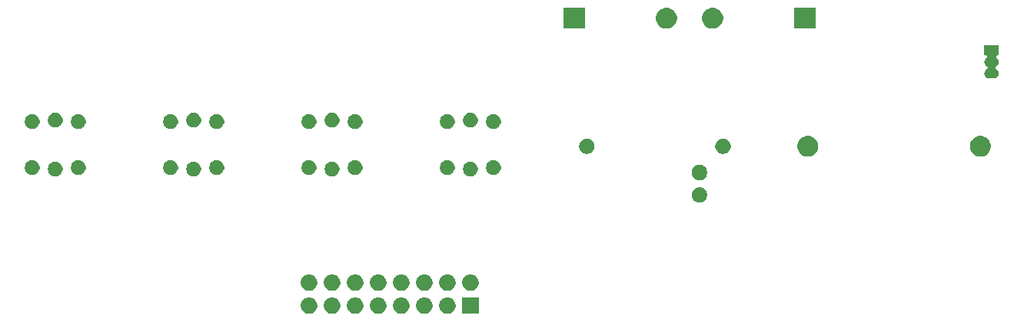
<source format=gbr>
G04 #@! TF.GenerationSoftware,KiCad,Pcbnew,(5.1.6-0-10_14)*
G04 #@! TF.CreationDate,2020-07-01T11:00:56-07:00*
G04 #@! TF.ProjectId,Pufferfish-Interface-1,50756666-6572-4666-9973-682d496e7465,v0.1*
G04 #@! TF.SameCoordinates,Original*
G04 #@! TF.FileFunction,Soldermask,Top*
G04 #@! TF.FilePolarity,Negative*
%FSLAX46Y46*%
G04 Gerber Fmt 4.6, Leading zero omitted, Abs format (unit mm)*
G04 Created by KiCad (PCBNEW (5.1.6-0-10_14)) date 2020-07-01 11:00:56*
%MOMM*%
%LPD*%
G01*
G04 APERTURE LIST*
%ADD10C,0.099822*%
G04 APERTURE END LIST*
D10*
G36*
X73303500Y-50443500D02*
G01*
X71476500Y-50443500D01*
X71476500Y-48616500D01*
X73303500Y-48616500D01*
X73303500Y-50443500D01*
G37*
G36*
X70028215Y-48634053D02*
G01*
X70116458Y-48651605D01*
X70185319Y-48680128D01*
X70282703Y-48720466D01*
X70432322Y-48820438D01*
X70559562Y-48947678D01*
X70659534Y-49097297D01*
X70728395Y-49263543D01*
X70763500Y-49440027D01*
X70763500Y-49619973D01*
X70728395Y-49796457D01*
X70659534Y-49962703D01*
X70559562Y-50112322D01*
X70432322Y-50239562D01*
X70282703Y-50339534D01*
X70185319Y-50379872D01*
X70116458Y-50408395D01*
X70028215Y-50425948D01*
X69939973Y-50443500D01*
X69760027Y-50443500D01*
X69671785Y-50425948D01*
X69583542Y-50408395D01*
X69514681Y-50379872D01*
X69417297Y-50339534D01*
X69267678Y-50239562D01*
X69140438Y-50112322D01*
X69040466Y-49962703D01*
X68971605Y-49796457D01*
X68936500Y-49619973D01*
X68936500Y-49440027D01*
X68971605Y-49263543D01*
X69040466Y-49097297D01*
X69140438Y-48947678D01*
X69267678Y-48820438D01*
X69417297Y-48720466D01*
X69514681Y-48680128D01*
X69583542Y-48651605D01*
X69671785Y-48634053D01*
X69760027Y-48616500D01*
X69939973Y-48616500D01*
X70028215Y-48634053D01*
G37*
G36*
X67488215Y-48634053D02*
G01*
X67576458Y-48651605D01*
X67645319Y-48680128D01*
X67742703Y-48720466D01*
X67892322Y-48820438D01*
X68019562Y-48947678D01*
X68119534Y-49097297D01*
X68188395Y-49263543D01*
X68223500Y-49440027D01*
X68223500Y-49619973D01*
X68188395Y-49796457D01*
X68119534Y-49962703D01*
X68019562Y-50112322D01*
X67892322Y-50239562D01*
X67742703Y-50339534D01*
X67645319Y-50379872D01*
X67576458Y-50408395D01*
X67488215Y-50425948D01*
X67399973Y-50443500D01*
X67220027Y-50443500D01*
X67131785Y-50425948D01*
X67043542Y-50408395D01*
X66974681Y-50379872D01*
X66877297Y-50339534D01*
X66727678Y-50239562D01*
X66600438Y-50112322D01*
X66500466Y-49962703D01*
X66431605Y-49796457D01*
X66396500Y-49619973D01*
X66396500Y-49440027D01*
X66431605Y-49263543D01*
X66500466Y-49097297D01*
X66600438Y-48947678D01*
X66727678Y-48820438D01*
X66877297Y-48720466D01*
X66974681Y-48680128D01*
X67043542Y-48651605D01*
X67131785Y-48634053D01*
X67220027Y-48616500D01*
X67399973Y-48616500D01*
X67488215Y-48634053D01*
G37*
G36*
X64948215Y-48634053D02*
G01*
X65036458Y-48651605D01*
X65105319Y-48680128D01*
X65202703Y-48720466D01*
X65352322Y-48820438D01*
X65479562Y-48947678D01*
X65579534Y-49097297D01*
X65648395Y-49263543D01*
X65683500Y-49440027D01*
X65683500Y-49619973D01*
X65648395Y-49796457D01*
X65579534Y-49962703D01*
X65479562Y-50112322D01*
X65352322Y-50239562D01*
X65202703Y-50339534D01*
X65105319Y-50379872D01*
X65036458Y-50408395D01*
X64948215Y-50425948D01*
X64859973Y-50443500D01*
X64680027Y-50443500D01*
X64591785Y-50425948D01*
X64503542Y-50408395D01*
X64434681Y-50379872D01*
X64337297Y-50339534D01*
X64187678Y-50239562D01*
X64060438Y-50112322D01*
X63960466Y-49962703D01*
X63891605Y-49796457D01*
X63856500Y-49619973D01*
X63856500Y-49440027D01*
X63891605Y-49263543D01*
X63960466Y-49097297D01*
X64060438Y-48947678D01*
X64187678Y-48820438D01*
X64337297Y-48720466D01*
X64434681Y-48680128D01*
X64503542Y-48651605D01*
X64591785Y-48634053D01*
X64680027Y-48616500D01*
X64859973Y-48616500D01*
X64948215Y-48634053D01*
G37*
G36*
X62408215Y-48634053D02*
G01*
X62496458Y-48651605D01*
X62565319Y-48680128D01*
X62662703Y-48720466D01*
X62812322Y-48820438D01*
X62939562Y-48947678D01*
X63039534Y-49097297D01*
X63108395Y-49263543D01*
X63143500Y-49440027D01*
X63143500Y-49619973D01*
X63108395Y-49796457D01*
X63039534Y-49962703D01*
X62939562Y-50112322D01*
X62812322Y-50239562D01*
X62662703Y-50339534D01*
X62565319Y-50379872D01*
X62496458Y-50408395D01*
X62408215Y-50425948D01*
X62319973Y-50443500D01*
X62140027Y-50443500D01*
X62051785Y-50425948D01*
X61963542Y-50408395D01*
X61894681Y-50379872D01*
X61797297Y-50339534D01*
X61647678Y-50239562D01*
X61520438Y-50112322D01*
X61420466Y-49962703D01*
X61351605Y-49796457D01*
X61316500Y-49619973D01*
X61316500Y-49440027D01*
X61351605Y-49263543D01*
X61420466Y-49097297D01*
X61520438Y-48947678D01*
X61647678Y-48820438D01*
X61797297Y-48720466D01*
X61894681Y-48680128D01*
X61963542Y-48651605D01*
X62051785Y-48634053D01*
X62140027Y-48616500D01*
X62319973Y-48616500D01*
X62408215Y-48634053D01*
G37*
G36*
X59868215Y-48634053D02*
G01*
X59956458Y-48651605D01*
X60025319Y-48680128D01*
X60122703Y-48720466D01*
X60272322Y-48820438D01*
X60399562Y-48947678D01*
X60499534Y-49097297D01*
X60568395Y-49263543D01*
X60603500Y-49440027D01*
X60603500Y-49619973D01*
X60568395Y-49796457D01*
X60499534Y-49962703D01*
X60399562Y-50112322D01*
X60272322Y-50239562D01*
X60122703Y-50339534D01*
X60025319Y-50379872D01*
X59956458Y-50408395D01*
X59868215Y-50425948D01*
X59779973Y-50443500D01*
X59600027Y-50443500D01*
X59511785Y-50425948D01*
X59423542Y-50408395D01*
X59354681Y-50379872D01*
X59257297Y-50339534D01*
X59107678Y-50239562D01*
X58980438Y-50112322D01*
X58880466Y-49962703D01*
X58811605Y-49796457D01*
X58776500Y-49619973D01*
X58776500Y-49440027D01*
X58811605Y-49263543D01*
X58880466Y-49097297D01*
X58980438Y-48947678D01*
X59107678Y-48820438D01*
X59257297Y-48720466D01*
X59354681Y-48680128D01*
X59423542Y-48651605D01*
X59511785Y-48634053D01*
X59600027Y-48616500D01*
X59779973Y-48616500D01*
X59868215Y-48634053D01*
G37*
G36*
X57328215Y-48634053D02*
G01*
X57416458Y-48651605D01*
X57485319Y-48680128D01*
X57582703Y-48720466D01*
X57732322Y-48820438D01*
X57859562Y-48947678D01*
X57959534Y-49097297D01*
X58028395Y-49263543D01*
X58063500Y-49440027D01*
X58063500Y-49619973D01*
X58028395Y-49796457D01*
X57959534Y-49962703D01*
X57859562Y-50112322D01*
X57732322Y-50239562D01*
X57582703Y-50339534D01*
X57485319Y-50379872D01*
X57416458Y-50408395D01*
X57328215Y-50425948D01*
X57239973Y-50443500D01*
X57060027Y-50443500D01*
X56971785Y-50425948D01*
X56883542Y-50408395D01*
X56814681Y-50379872D01*
X56717297Y-50339534D01*
X56567678Y-50239562D01*
X56440438Y-50112322D01*
X56340466Y-49962703D01*
X56271605Y-49796457D01*
X56236500Y-49619973D01*
X56236500Y-49440027D01*
X56271605Y-49263543D01*
X56340466Y-49097297D01*
X56440438Y-48947678D01*
X56567678Y-48820438D01*
X56717297Y-48720466D01*
X56814681Y-48680128D01*
X56883542Y-48651605D01*
X56971785Y-48634053D01*
X57060027Y-48616500D01*
X57239973Y-48616500D01*
X57328215Y-48634053D01*
G37*
G36*
X54788215Y-48634053D02*
G01*
X54876458Y-48651605D01*
X54945319Y-48680128D01*
X55042703Y-48720466D01*
X55192322Y-48820438D01*
X55319562Y-48947678D01*
X55419534Y-49097297D01*
X55488395Y-49263543D01*
X55523500Y-49440027D01*
X55523500Y-49619973D01*
X55488395Y-49796457D01*
X55419534Y-49962703D01*
X55319562Y-50112322D01*
X55192322Y-50239562D01*
X55042703Y-50339534D01*
X54945319Y-50379872D01*
X54876458Y-50408395D01*
X54788215Y-50425948D01*
X54699973Y-50443500D01*
X54520027Y-50443500D01*
X54431785Y-50425948D01*
X54343542Y-50408395D01*
X54274681Y-50379872D01*
X54177297Y-50339534D01*
X54027678Y-50239562D01*
X53900438Y-50112322D01*
X53800466Y-49962703D01*
X53731605Y-49796457D01*
X53696500Y-49619973D01*
X53696500Y-49440027D01*
X53731605Y-49263543D01*
X53800466Y-49097297D01*
X53900438Y-48947678D01*
X54027678Y-48820438D01*
X54177297Y-48720466D01*
X54274681Y-48680128D01*
X54343542Y-48651605D01*
X54431785Y-48634053D01*
X54520027Y-48616500D01*
X54699973Y-48616500D01*
X54788215Y-48634053D01*
G37*
G36*
X64948215Y-46094052D02*
G01*
X65036458Y-46111605D01*
X65105319Y-46140128D01*
X65202703Y-46180466D01*
X65352322Y-46280438D01*
X65479562Y-46407678D01*
X65579534Y-46557297D01*
X65648395Y-46723543D01*
X65683500Y-46900027D01*
X65683500Y-47079973D01*
X65648395Y-47256457D01*
X65579534Y-47422703D01*
X65479562Y-47572322D01*
X65352322Y-47699562D01*
X65202703Y-47799534D01*
X65105319Y-47839872D01*
X65036458Y-47868395D01*
X64948215Y-47885947D01*
X64859973Y-47903500D01*
X64680027Y-47903500D01*
X64591785Y-47885947D01*
X64503542Y-47868395D01*
X64434681Y-47839872D01*
X64337297Y-47799534D01*
X64187678Y-47699562D01*
X64060438Y-47572322D01*
X63960466Y-47422703D01*
X63891605Y-47256457D01*
X63856500Y-47079973D01*
X63856500Y-46900027D01*
X63891605Y-46723543D01*
X63960466Y-46557297D01*
X64060438Y-46407678D01*
X64187678Y-46280438D01*
X64337297Y-46180466D01*
X64434681Y-46140128D01*
X64503542Y-46111605D01*
X64591785Y-46094052D01*
X64680027Y-46076500D01*
X64859973Y-46076500D01*
X64948215Y-46094052D01*
G37*
G36*
X72568215Y-46094052D02*
G01*
X72656458Y-46111605D01*
X72725319Y-46140128D01*
X72822703Y-46180466D01*
X72972322Y-46280438D01*
X73099562Y-46407678D01*
X73199534Y-46557297D01*
X73268395Y-46723543D01*
X73303500Y-46900027D01*
X73303500Y-47079973D01*
X73268395Y-47256457D01*
X73199534Y-47422703D01*
X73099562Y-47572322D01*
X72972322Y-47699562D01*
X72822703Y-47799534D01*
X72725319Y-47839872D01*
X72656458Y-47868395D01*
X72568215Y-47885947D01*
X72479973Y-47903500D01*
X72300027Y-47903500D01*
X72211785Y-47885947D01*
X72123542Y-47868395D01*
X72054681Y-47839872D01*
X71957297Y-47799534D01*
X71807678Y-47699562D01*
X71680438Y-47572322D01*
X71580466Y-47422703D01*
X71511605Y-47256457D01*
X71476500Y-47079973D01*
X71476500Y-46900027D01*
X71511605Y-46723543D01*
X71580466Y-46557297D01*
X71680438Y-46407678D01*
X71807678Y-46280438D01*
X71957297Y-46180466D01*
X72054681Y-46140128D01*
X72123542Y-46111605D01*
X72211785Y-46094052D01*
X72300027Y-46076500D01*
X72479973Y-46076500D01*
X72568215Y-46094052D01*
G37*
G36*
X70028215Y-46094052D02*
G01*
X70116458Y-46111605D01*
X70185319Y-46140128D01*
X70282703Y-46180466D01*
X70432322Y-46280438D01*
X70559562Y-46407678D01*
X70659534Y-46557297D01*
X70728395Y-46723543D01*
X70763500Y-46900027D01*
X70763500Y-47079973D01*
X70728395Y-47256457D01*
X70659534Y-47422703D01*
X70559562Y-47572322D01*
X70432322Y-47699562D01*
X70282703Y-47799534D01*
X70185319Y-47839872D01*
X70116458Y-47868395D01*
X70028215Y-47885947D01*
X69939973Y-47903500D01*
X69760027Y-47903500D01*
X69671785Y-47885947D01*
X69583542Y-47868395D01*
X69514681Y-47839872D01*
X69417297Y-47799534D01*
X69267678Y-47699562D01*
X69140438Y-47572322D01*
X69040466Y-47422703D01*
X68971605Y-47256457D01*
X68936500Y-47079973D01*
X68936500Y-46900027D01*
X68971605Y-46723543D01*
X69040466Y-46557297D01*
X69140438Y-46407678D01*
X69267678Y-46280438D01*
X69417297Y-46180466D01*
X69514681Y-46140128D01*
X69583542Y-46111605D01*
X69671785Y-46094052D01*
X69760027Y-46076500D01*
X69939973Y-46076500D01*
X70028215Y-46094052D01*
G37*
G36*
X67488215Y-46094052D02*
G01*
X67576458Y-46111605D01*
X67645319Y-46140128D01*
X67742703Y-46180466D01*
X67892322Y-46280438D01*
X68019562Y-46407678D01*
X68119534Y-46557297D01*
X68188395Y-46723543D01*
X68223500Y-46900027D01*
X68223500Y-47079973D01*
X68188395Y-47256457D01*
X68119534Y-47422703D01*
X68019562Y-47572322D01*
X67892322Y-47699562D01*
X67742703Y-47799534D01*
X67645319Y-47839872D01*
X67576458Y-47868395D01*
X67488215Y-47885947D01*
X67399973Y-47903500D01*
X67220027Y-47903500D01*
X67131785Y-47885947D01*
X67043542Y-47868395D01*
X66974681Y-47839872D01*
X66877297Y-47799534D01*
X66727678Y-47699562D01*
X66600438Y-47572322D01*
X66500466Y-47422703D01*
X66431605Y-47256457D01*
X66396500Y-47079973D01*
X66396500Y-46900027D01*
X66431605Y-46723543D01*
X66500466Y-46557297D01*
X66600438Y-46407678D01*
X66727678Y-46280438D01*
X66877297Y-46180466D01*
X66974681Y-46140128D01*
X67043542Y-46111605D01*
X67131785Y-46094052D01*
X67220027Y-46076500D01*
X67399973Y-46076500D01*
X67488215Y-46094052D01*
G37*
G36*
X62408215Y-46094052D02*
G01*
X62496458Y-46111605D01*
X62565319Y-46140128D01*
X62662703Y-46180466D01*
X62812322Y-46280438D01*
X62939562Y-46407678D01*
X63039534Y-46557297D01*
X63108395Y-46723543D01*
X63143500Y-46900027D01*
X63143500Y-47079973D01*
X63108395Y-47256457D01*
X63039534Y-47422703D01*
X62939562Y-47572322D01*
X62812322Y-47699562D01*
X62662703Y-47799534D01*
X62565319Y-47839872D01*
X62496458Y-47868395D01*
X62408215Y-47885947D01*
X62319973Y-47903500D01*
X62140027Y-47903500D01*
X62051785Y-47885947D01*
X61963542Y-47868395D01*
X61894681Y-47839872D01*
X61797297Y-47799534D01*
X61647678Y-47699562D01*
X61520438Y-47572322D01*
X61420466Y-47422703D01*
X61351605Y-47256457D01*
X61316500Y-47079973D01*
X61316500Y-46900027D01*
X61351605Y-46723543D01*
X61420466Y-46557297D01*
X61520438Y-46407678D01*
X61647678Y-46280438D01*
X61797297Y-46180466D01*
X61894681Y-46140128D01*
X61963542Y-46111605D01*
X62051785Y-46094052D01*
X62140027Y-46076500D01*
X62319973Y-46076500D01*
X62408215Y-46094052D01*
G37*
G36*
X59868215Y-46094052D02*
G01*
X59956458Y-46111605D01*
X60025319Y-46140128D01*
X60122703Y-46180466D01*
X60272322Y-46280438D01*
X60399562Y-46407678D01*
X60499534Y-46557297D01*
X60568395Y-46723543D01*
X60603500Y-46900027D01*
X60603500Y-47079973D01*
X60568395Y-47256457D01*
X60499534Y-47422703D01*
X60399562Y-47572322D01*
X60272322Y-47699562D01*
X60122703Y-47799534D01*
X60025319Y-47839872D01*
X59956458Y-47868395D01*
X59868215Y-47885947D01*
X59779973Y-47903500D01*
X59600027Y-47903500D01*
X59511785Y-47885947D01*
X59423542Y-47868395D01*
X59354681Y-47839872D01*
X59257297Y-47799534D01*
X59107678Y-47699562D01*
X58980438Y-47572322D01*
X58880466Y-47422703D01*
X58811605Y-47256457D01*
X58776500Y-47079973D01*
X58776500Y-46900027D01*
X58811605Y-46723543D01*
X58880466Y-46557297D01*
X58980438Y-46407678D01*
X59107678Y-46280438D01*
X59257297Y-46180466D01*
X59354681Y-46140128D01*
X59423542Y-46111605D01*
X59511785Y-46094052D01*
X59600027Y-46076500D01*
X59779973Y-46076500D01*
X59868215Y-46094052D01*
G37*
G36*
X57328215Y-46094052D02*
G01*
X57416458Y-46111605D01*
X57485319Y-46140128D01*
X57582703Y-46180466D01*
X57732322Y-46280438D01*
X57859562Y-46407678D01*
X57959534Y-46557297D01*
X58028395Y-46723543D01*
X58063500Y-46900027D01*
X58063500Y-47079973D01*
X58028395Y-47256457D01*
X57959534Y-47422703D01*
X57859562Y-47572322D01*
X57732322Y-47699562D01*
X57582703Y-47799534D01*
X57485319Y-47839872D01*
X57416458Y-47868395D01*
X57328215Y-47885947D01*
X57239973Y-47903500D01*
X57060027Y-47903500D01*
X56971785Y-47885947D01*
X56883542Y-47868395D01*
X56814681Y-47839872D01*
X56717297Y-47799534D01*
X56567678Y-47699562D01*
X56440438Y-47572322D01*
X56340466Y-47422703D01*
X56271605Y-47256457D01*
X56236500Y-47079973D01*
X56236500Y-46900027D01*
X56271605Y-46723543D01*
X56340466Y-46557297D01*
X56440438Y-46407678D01*
X56567678Y-46280438D01*
X56717297Y-46180466D01*
X56814681Y-46140128D01*
X56883542Y-46111605D01*
X56971785Y-46094052D01*
X57060027Y-46076500D01*
X57239973Y-46076500D01*
X57328215Y-46094052D01*
G37*
G36*
X54788215Y-46094052D02*
G01*
X54876458Y-46111605D01*
X54945319Y-46140128D01*
X55042703Y-46180466D01*
X55192322Y-46280438D01*
X55319562Y-46407678D01*
X55419534Y-46557297D01*
X55488395Y-46723543D01*
X55523500Y-46900027D01*
X55523500Y-47079973D01*
X55488395Y-47256457D01*
X55419534Y-47422703D01*
X55319562Y-47572322D01*
X55192322Y-47699562D01*
X55042703Y-47799534D01*
X54945319Y-47839872D01*
X54876458Y-47868395D01*
X54788215Y-47885947D01*
X54699973Y-47903500D01*
X54520027Y-47903500D01*
X54431785Y-47885947D01*
X54343542Y-47868395D01*
X54274681Y-47839872D01*
X54177297Y-47799534D01*
X54027678Y-47699562D01*
X53900438Y-47572322D01*
X53800466Y-47422703D01*
X53731605Y-47256457D01*
X53696500Y-47079973D01*
X53696500Y-46900027D01*
X53731605Y-46723543D01*
X53800466Y-46557297D01*
X53900438Y-46407678D01*
X54027678Y-46280438D01*
X54177297Y-46180466D01*
X54274681Y-46140128D01*
X54343542Y-46111605D01*
X54431785Y-46094052D01*
X54520027Y-46076500D01*
X54699973Y-46076500D01*
X54788215Y-46094052D01*
G37*
G36*
X97858228Y-36503304D02*
G01*
X98013100Y-36567454D01*
X98152481Y-36660586D01*
X98271015Y-36779120D01*
X98364147Y-36918501D01*
X98428297Y-37073373D01*
X98461000Y-37237785D01*
X98461000Y-37405417D01*
X98428297Y-37569829D01*
X98364147Y-37724701D01*
X98271015Y-37864082D01*
X98152481Y-37982616D01*
X98013100Y-38075748D01*
X97858228Y-38139898D01*
X97693816Y-38172601D01*
X97526184Y-38172601D01*
X97361772Y-38139898D01*
X97206900Y-38075748D01*
X97067519Y-37982616D01*
X96948985Y-37864082D01*
X96855853Y-37724701D01*
X96791703Y-37569829D01*
X96759000Y-37405417D01*
X96759000Y-37237785D01*
X96791703Y-37073373D01*
X96855853Y-36918501D01*
X96948985Y-36779120D01*
X97067519Y-36660586D01*
X97206900Y-36567454D01*
X97361772Y-36503304D01*
X97526184Y-36470601D01*
X97693816Y-36470601D01*
X97858228Y-36503304D01*
G37*
G36*
X97858228Y-34003304D02*
G01*
X98013100Y-34067454D01*
X98152481Y-34160586D01*
X98271015Y-34279120D01*
X98364147Y-34418501D01*
X98428297Y-34573373D01*
X98461000Y-34737785D01*
X98461000Y-34905417D01*
X98428297Y-35069829D01*
X98364147Y-35224701D01*
X98271015Y-35364082D01*
X98152481Y-35482616D01*
X98013100Y-35575748D01*
X97858228Y-35639898D01*
X97693816Y-35672601D01*
X97526184Y-35672601D01*
X97361772Y-35639898D01*
X97206900Y-35575748D01*
X97067519Y-35482616D01*
X96948985Y-35364082D01*
X96855853Y-35224701D01*
X96791703Y-35069829D01*
X96759000Y-34905417D01*
X96759000Y-34737785D01*
X96791703Y-34573373D01*
X96855853Y-34418501D01*
X96948985Y-34279120D01*
X97067519Y-34160586D01*
X97206900Y-34067454D01*
X97361772Y-34003304D01*
X97526184Y-33970601D01*
X97693816Y-33970601D01*
X97858228Y-34003304D01*
G37*
G36*
X42147142Y-33668242D02*
G01*
X42295101Y-33729529D01*
X42428255Y-33818499D01*
X42541501Y-33931745D01*
X42630471Y-34064899D01*
X42691758Y-34212858D01*
X42723000Y-34369925D01*
X42723000Y-34530075D01*
X42691758Y-34687142D01*
X42630471Y-34835101D01*
X42541501Y-34968255D01*
X42428255Y-35081501D01*
X42295101Y-35170471D01*
X42147142Y-35231758D01*
X41990075Y-35263000D01*
X41829925Y-35263000D01*
X41672858Y-35231758D01*
X41524899Y-35170471D01*
X41391745Y-35081501D01*
X41278499Y-34968255D01*
X41189529Y-34835101D01*
X41128242Y-34687142D01*
X41097000Y-34530075D01*
X41097000Y-34369925D01*
X41128242Y-34212858D01*
X41189529Y-34064899D01*
X41278499Y-33931745D01*
X41391745Y-33818499D01*
X41524899Y-33729529D01*
X41672858Y-33668242D01*
X41829925Y-33637000D01*
X41990075Y-33637000D01*
X42147142Y-33668242D01*
G37*
G36*
X57387142Y-33668242D02*
G01*
X57535101Y-33729529D01*
X57668255Y-33818499D01*
X57781501Y-33931745D01*
X57870471Y-34064899D01*
X57931758Y-34212858D01*
X57963000Y-34369925D01*
X57963000Y-34530075D01*
X57931758Y-34687142D01*
X57870471Y-34835101D01*
X57781501Y-34968255D01*
X57668255Y-35081501D01*
X57535101Y-35170471D01*
X57387142Y-35231758D01*
X57230075Y-35263000D01*
X57069925Y-35263000D01*
X56912858Y-35231758D01*
X56764899Y-35170471D01*
X56631745Y-35081501D01*
X56518499Y-34968255D01*
X56429529Y-34835101D01*
X56368242Y-34687142D01*
X56337000Y-34530075D01*
X56337000Y-34369925D01*
X56368242Y-34212858D01*
X56429529Y-34064899D01*
X56518499Y-33931745D01*
X56631745Y-33818499D01*
X56764899Y-33729529D01*
X56912858Y-33668242D01*
X57069925Y-33637000D01*
X57230075Y-33637000D01*
X57387142Y-33668242D01*
G37*
G36*
X26907142Y-33668242D02*
G01*
X27055101Y-33729529D01*
X27188255Y-33818499D01*
X27301501Y-33931745D01*
X27390471Y-34064899D01*
X27451758Y-34212858D01*
X27483000Y-34369925D01*
X27483000Y-34530075D01*
X27451758Y-34687142D01*
X27390471Y-34835101D01*
X27301501Y-34968255D01*
X27188255Y-35081501D01*
X27055101Y-35170471D01*
X26907142Y-35231758D01*
X26750075Y-35263000D01*
X26589925Y-35263000D01*
X26432858Y-35231758D01*
X26284899Y-35170471D01*
X26151745Y-35081501D01*
X26038499Y-34968255D01*
X25949529Y-34835101D01*
X25888242Y-34687142D01*
X25857000Y-34530075D01*
X25857000Y-34369925D01*
X25888242Y-34212858D01*
X25949529Y-34064899D01*
X26038499Y-33931745D01*
X26151745Y-33818499D01*
X26284899Y-33729529D01*
X26432858Y-33668242D01*
X26589925Y-33637000D01*
X26750075Y-33637000D01*
X26907142Y-33668242D01*
G37*
G36*
X72627142Y-33668242D02*
G01*
X72775101Y-33729529D01*
X72908255Y-33818499D01*
X73021501Y-33931745D01*
X73110471Y-34064899D01*
X73171758Y-34212858D01*
X73203000Y-34369925D01*
X73203000Y-34530075D01*
X73171758Y-34687142D01*
X73110471Y-34835101D01*
X73021501Y-34968255D01*
X72908255Y-35081501D01*
X72775101Y-35170471D01*
X72627142Y-35231758D01*
X72470075Y-35263000D01*
X72309925Y-35263000D01*
X72152858Y-35231758D01*
X72004899Y-35170471D01*
X71871745Y-35081501D01*
X71758499Y-34968255D01*
X71669529Y-34835101D01*
X71608242Y-34687142D01*
X71577000Y-34530075D01*
X71577000Y-34369925D01*
X71608242Y-34212858D01*
X71669529Y-34064899D01*
X71758499Y-33931745D01*
X71871745Y-33818499D01*
X72004899Y-33729529D01*
X72152858Y-33668242D01*
X72309925Y-33637000D01*
X72470075Y-33637000D01*
X72627142Y-33668242D01*
G37*
G36*
X54847142Y-33508242D02*
G01*
X54995101Y-33569529D01*
X55128255Y-33658499D01*
X55241501Y-33771745D01*
X55330471Y-33904899D01*
X55391758Y-34052858D01*
X55423000Y-34209925D01*
X55423000Y-34370075D01*
X55391758Y-34527142D01*
X55330471Y-34675101D01*
X55241501Y-34808255D01*
X55128255Y-34921501D01*
X54995101Y-35010471D01*
X54847142Y-35071758D01*
X54690075Y-35103000D01*
X54529925Y-35103000D01*
X54372858Y-35071758D01*
X54224899Y-35010471D01*
X54091745Y-34921501D01*
X53978499Y-34808255D01*
X53889529Y-34675101D01*
X53828242Y-34527142D01*
X53797000Y-34370075D01*
X53797000Y-34209925D01*
X53828242Y-34052858D01*
X53889529Y-33904899D01*
X53978499Y-33771745D01*
X54091745Y-33658499D01*
X54224899Y-33569529D01*
X54372858Y-33508242D01*
X54529925Y-33477000D01*
X54690075Y-33477000D01*
X54847142Y-33508242D01*
G37*
G36*
X59927142Y-33508242D02*
G01*
X60075101Y-33569529D01*
X60208255Y-33658499D01*
X60321501Y-33771745D01*
X60410471Y-33904899D01*
X60471758Y-34052858D01*
X60503000Y-34209925D01*
X60503000Y-34370075D01*
X60471758Y-34527142D01*
X60410471Y-34675101D01*
X60321501Y-34808255D01*
X60208255Y-34921501D01*
X60075101Y-35010471D01*
X59927142Y-35071758D01*
X59770075Y-35103000D01*
X59609925Y-35103000D01*
X59452858Y-35071758D01*
X59304899Y-35010471D01*
X59171745Y-34921501D01*
X59058499Y-34808255D01*
X58969529Y-34675101D01*
X58908242Y-34527142D01*
X58877000Y-34370075D01*
X58877000Y-34209925D01*
X58908242Y-34052858D01*
X58969529Y-33904899D01*
X59058499Y-33771745D01*
X59171745Y-33658499D01*
X59304899Y-33569529D01*
X59452858Y-33508242D01*
X59609925Y-33477000D01*
X59770075Y-33477000D01*
X59927142Y-33508242D01*
G37*
G36*
X39607142Y-33508242D02*
G01*
X39755101Y-33569529D01*
X39888255Y-33658499D01*
X40001501Y-33771745D01*
X40090471Y-33904899D01*
X40151758Y-34052858D01*
X40183000Y-34209925D01*
X40183000Y-34370075D01*
X40151758Y-34527142D01*
X40090471Y-34675101D01*
X40001501Y-34808255D01*
X39888255Y-34921501D01*
X39755101Y-35010471D01*
X39607142Y-35071758D01*
X39450075Y-35103000D01*
X39289925Y-35103000D01*
X39132858Y-35071758D01*
X38984899Y-35010471D01*
X38851745Y-34921501D01*
X38738499Y-34808255D01*
X38649529Y-34675101D01*
X38588242Y-34527142D01*
X38557000Y-34370075D01*
X38557000Y-34209925D01*
X38588242Y-34052858D01*
X38649529Y-33904899D01*
X38738499Y-33771745D01*
X38851745Y-33658499D01*
X38984899Y-33569529D01*
X39132858Y-33508242D01*
X39289925Y-33477000D01*
X39450075Y-33477000D01*
X39607142Y-33508242D01*
G37*
G36*
X44687142Y-33508242D02*
G01*
X44835101Y-33569529D01*
X44968255Y-33658499D01*
X45081501Y-33771745D01*
X45170471Y-33904899D01*
X45231758Y-34052858D01*
X45263000Y-34209925D01*
X45263000Y-34370075D01*
X45231758Y-34527142D01*
X45170471Y-34675101D01*
X45081501Y-34808255D01*
X44968255Y-34921501D01*
X44835101Y-35010471D01*
X44687142Y-35071758D01*
X44530075Y-35103000D01*
X44369925Y-35103000D01*
X44212858Y-35071758D01*
X44064899Y-35010471D01*
X43931745Y-34921501D01*
X43818499Y-34808255D01*
X43729529Y-34675101D01*
X43668242Y-34527142D01*
X43637000Y-34370075D01*
X43637000Y-34209925D01*
X43668242Y-34052858D01*
X43729529Y-33904899D01*
X43818499Y-33771745D01*
X43931745Y-33658499D01*
X44064899Y-33569529D01*
X44212858Y-33508242D01*
X44369925Y-33477000D01*
X44530075Y-33477000D01*
X44687142Y-33508242D01*
G37*
G36*
X24367142Y-33508242D02*
G01*
X24515101Y-33569529D01*
X24648255Y-33658499D01*
X24761501Y-33771745D01*
X24850471Y-33904899D01*
X24911758Y-34052858D01*
X24943000Y-34209925D01*
X24943000Y-34370075D01*
X24911758Y-34527142D01*
X24850471Y-34675101D01*
X24761501Y-34808255D01*
X24648255Y-34921501D01*
X24515101Y-35010471D01*
X24367142Y-35071758D01*
X24210075Y-35103000D01*
X24049925Y-35103000D01*
X23892858Y-35071758D01*
X23744899Y-35010471D01*
X23611745Y-34921501D01*
X23498499Y-34808255D01*
X23409529Y-34675101D01*
X23348242Y-34527142D01*
X23317000Y-34370075D01*
X23317000Y-34209925D01*
X23348242Y-34052858D01*
X23409529Y-33904899D01*
X23498499Y-33771745D01*
X23611745Y-33658499D01*
X23744899Y-33569529D01*
X23892858Y-33508242D01*
X24049925Y-33477000D01*
X24210075Y-33477000D01*
X24367142Y-33508242D01*
G37*
G36*
X29447142Y-33508242D02*
G01*
X29595101Y-33569529D01*
X29728255Y-33658499D01*
X29841501Y-33771745D01*
X29930471Y-33904899D01*
X29991758Y-34052858D01*
X30023000Y-34209925D01*
X30023000Y-34370075D01*
X29991758Y-34527142D01*
X29930471Y-34675101D01*
X29841501Y-34808255D01*
X29728255Y-34921501D01*
X29595101Y-35010471D01*
X29447142Y-35071758D01*
X29290075Y-35103000D01*
X29129925Y-35103000D01*
X28972858Y-35071758D01*
X28824899Y-35010471D01*
X28691745Y-34921501D01*
X28578499Y-34808255D01*
X28489529Y-34675101D01*
X28428242Y-34527142D01*
X28397000Y-34370075D01*
X28397000Y-34209925D01*
X28428242Y-34052858D01*
X28489529Y-33904899D01*
X28578499Y-33771745D01*
X28691745Y-33658499D01*
X28824899Y-33569529D01*
X28972858Y-33508242D01*
X29129925Y-33477000D01*
X29290075Y-33477000D01*
X29447142Y-33508242D01*
G37*
G36*
X70087142Y-33508242D02*
G01*
X70235101Y-33569529D01*
X70368255Y-33658499D01*
X70481501Y-33771745D01*
X70570471Y-33904899D01*
X70631758Y-34052858D01*
X70663000Y-34209925D01*
X70663000Y-34370075D01*
X70631758Y-34527142D01*
X70570471Y-34675101D01*
X70481501Y-34808255D01*
X70368255Y-34921501D01*
X70235101Y-35010471D01*
X70087142Y-35071758D01*
X69930075Y-35103000D01*
X69769925Y-35103000D01*
X69612858Y-35071758D01*
X69464899Y-35010471D01*
X69331745Y-34921501D01*
X69218499Y-34808255D01*
X69129529Y-34675101D01*
X69068242Y-34527142D01*
X69037000Y-34370075D01*
X69037000Y-34209925D01*
X69068242Y-34052858D01*
X69129529Y-33904899D01*
X69218499Y-33771745D01*
X69331745Y-33658499D01*
X69464899Y-33569529D01*
X69612858Y-33508242D01*
X69769925Y-33477000D01*
X69930075Y-33477000D01*
X70087142Y-33508242D01*
G37*
G36*
X75167142Y-33508242D02*
G01*
X75315101Y-33569529D01*
X75448255Y-33658499D01*
X75561501Y-33771745D01*
X75650471Y-33904899D01*
X75711758Y-34052858D01*
X75743000Y-34209925D01*
X75743000Y-34370075D01*
X75711758Y-34527142D01*
X75650471Y-34675101D01*
X75561501Y-34808255D01*
X75448255Y-34921501D01*
X75315101Y-35010471D01*
X75167142Y-35071758D01*
X75010075Y-35103000D01*
X74849925Y-35103000D01*
X74692858Y-35071758D01*
X74544899Y-35010471D01*
X74411745Y-34921501D01*
X74298499Y-34808255D01*
X74209529Y-34675101D01*
X74148242Y-34527142D01*
X74117000Y-34370075D01*
X74117000Y-34209925D01*
X74148242Y-34052858D01*
X74209529Y-33904899D01*
X74298499Y-33771745D01*
X74411745Y-33658499D01*
X74544899Y-33569529D01*
X74692858Y-33508242D01*
X74849925Y-33477000D01*
X75010075Y-33477000D01*
X75167142Y-33508242D01*
G37*
G36*
X128776150Y-30792717D02*
G01*
X128887335Y-30814833D01*
X129096804Y-30901598D01*
X129285321Y-31027561D01*
X129445641Y-31187881D01*
X129571604Y-31376398D01*
X129571605Y-31376400D01*
X129658369Y-31585868D01*
X129702601Y-31808236D01*
X129702601Y-32034966D01*
X129658369Y-32257334D01*
X129572732Y-32464082D01*
X129571604Y-32466804D01*
X129445641Y-32655321D01*
X129285321Y-32815641D01*
X129096804Y-32941604D01*
X128887335Y-33028369D01*
X128776150Y-33050485D01*
X128664966Y-33072601D01*
X128438236Y-33072601D01*
X128327052Y-33050485D01*
X128215867Y-33028369D01*
X128006398Y-32941604D01*
X127817881Y-32815641D01*
X127657561Y-32655321D01*
X127531598Y-32466804D01*
X127530471Y-32464082D01*
X127444833Y-32257334D01*
X127400601Y-32034966D01*
X127400601Y-31808236D01*
X127444833Y-31585868D01*
X127531597Y-31376400D01*
X127531598Y-31376398D01*
X127657561Y-31187881D01*
X127817881Y-31027561D01*
X128006398Y-30901598D01*
X128215867Y-30814833D01*
X128327052Y-30792717D01*
X128438236Y-30770601D01*
X128664966Y-30770601D01*
X128776150Y-30792717D01*
G37*
G36*
X109776150Y-30792717D02*
G01*
X109887335Y-30814833D01*
X110096804Y-30901598D01*
X110285321Y-31027561D01*
X110445641Y-31187881D01*
X110571604Y-31376398D01*
X110571605Y-31376400D01*
X110658369Y-31585868D01*
X110702601Y-31808236D01*
X110702601Y-32034966D01*
X110658369Y-32257334D01*
X110572732Y-32464082D01*
X110571604Y-32466804D01*
X110445641Y-32655321D01*
X110285321Y-32815641D01*
X110096804Y-32941604D01*
X109887335Y-33028369D01*
X109776150Y-33050485D01*
X109664966Y-33072601D01*
X109438236Y-33072601D01*
X109327052Y-33050485D01*
X109215867Y-33028369D01*
X109006398Y-32941604D01*
X108817881Y-32815641D01*
X108657561Y-32655321D01*
X108531598Y-32466804D01*
X108530471Y-32464082D01*
X108444833Y-32257334D01*
X108400601Y-32034966D01*
X108400601Y-31808236D01*
X108444833Y-31585868D01*
X108531597Y-31376400D01*
X108531598Y-31376398D01*
X108657561Y-31187881D01*
X108817881Y-31027561D01*
X109006398Y-30901598D01*
X109215867Y-30814833D01*
X109327052Y-30792717D01*
X109438236Y-30770601D01*
X109664966Y-30770601D01*
X109776150Y-30792717D01*
G37*
G36*
X100458228Y-31103304D02*
G01*
X100613100Y-31167454D01*
X100752481Y-31260586D01*
X100871015Y-31379120D01*
X100964147Y-31518501D01*
X101028297Y-31673373D01*
X101061000Y-31837785D01*
X101061000Y-32005417D01*
X101028297Y-32169829D01*
X100964147Y-32324701D01*
X100871015Y-32464082D01*
X100752481Y-32582616D01*
X100613100Y-32675748D01*
X100458228Y-32739898D01*
X100293816Y-32772601D01*
X100126184Y-32772601D01*
X99961772Y-32739898D01*
X99806900Y-32675748D01*
X99667519Y-32582616D01*
X99548985Y-32464082D01*
X99455853Y-32324701D01*
X99391703Y-32169829D01*
X99359000Y-32005417D01*
X99359000Y-31837785D01*
X99391703Y-31673373D01*
X99455853Y-31518501D01*
X99548985Y-31379120D01*
X99667519Y-31260586D01*
X99806900Y-31167454D01*
X99961772Y-31103304D01*
X100126184Y-31070601D01*
X100293816Y-31070601D01*
X100458228Y-31103304D01*
G37*
G36*
X85458228Y-31103304D02*
G01*
X85613100Y-31167454D01*
X85752481Y-31260586D01*
X85871015Y-31379120D01*
X85964147Y-31518501D01*
X86028297Y-31673373D01*
X86061000Y-31837785D01*
X86061000Y-32005417D01*
X86028297Y-32169829D01*
X85964147Y-32324701D01*
X85871015Y-32464082D01*
X85752481Y-32582616D01*
X85613100Y-32675748D01*
X85458228Y-32739898D01*
X85293816Y-32772601D01*
X85126184Y-32772601D01*
X84961772Y-32739898D01*
X84806900Y-32675748D01*
X84667519Y-32582616D01*
X84548985Y-32464082D01*
X84455853Y-32324701D01*
X84391703Y-32169829D01*
X84359000Y-32005417D01*
X84359000Y-31837785D01*
X84391703Y-31673373D01*
X84455853Y-31518501D01*
X84548985Y-31379120D01*
X84667519Y-31260586D01*
X84806900Y-31167454D01*
X84961772Y-31103304D01*
X85126184Y-31070601D01*
X85293816Y-31070601D01*
X85458228Y-31103304D01*
G37*
G36*
X39607142Y-28428242D02*
G01*
X39755101Y-28489529D01*
X39888255Y-28578499D01*
X40001501Y-28691745D01*
X40090471Y-28824899D01*
X40151758Y-28972858D01*
X40183000Y-29129925D01*
X40183000Y-29290075D01*
X40151758Y-29447142D01*
X40090471Y-29595101D01*
X40001501Y-29728255D01*
X39888255Y-29841501D01*
X39755101Y-29930471D01*
X39607142Y-29991758D01*
X39450075Y-30023000D01*
X39289925Y-30023000D01*
X39132858Y-29991758D01*
X38984899Y-29930471D01*
X38851745Y-29841501D01*
X38738499Y-29728255D01*
X38649529Y-29595101D01*
X38588242Y-29447142D01*
X38557000Y-29290075D01*
X38557000Y-29129925D01*
X38588242Y-28972858D01*
X38649529Y-28824899D01*
X38738499Y-28691745D01*
X38851745Y-28578499D01*
X38984899Y-28489529D01*
X39132858Y-28428242D01*
X39289925Y-28397000D01*
X39450075Y-28397000D01*
X39607142Y-28428242D01*
G37*
G36*
X75167142Y-28428242D02*
G01*
X75315101Y-28489529D01*
X75448255Y-28578499D01*
X75561501Y-28691745D01*
X75650471Y-28824899D01*
X75711758Y-28972858D01*
X75743000Y-29129925D01*
X75743000Y-29290075D01*
X75711758Y-29447142D01*
X75650471Y-29595101D01*
X75561501Y-29728255D01*
X75448255Y-29841501D01*
X75315101Y-29930471D01*
X75167142Y-29991758D01*
X75010075Y-30023000D01*
X74849925Y-30023000D01*
X74692858Y-29991758D01*
X74544899Y-29930471D01*
X74411745Y-29841501D01*
X74298499Y-29728255D01*
X74209529Y-29595101D01*
X74148242Y-29447142D01*
X74117000Y-29290075D01*
X74117000Y-29129925D01*
X74148242Y-28972858D01*
X74209529Y-28824899D01*
X74298499Y-28691745D01*
X74411745Y-28578499D01*
X74544899Y-28489529D01*
X74692858Y-28428242D01*
X74849925Y-28397000D01*
X75010075Y-28397000D01*
X75167142Y-28428242D01*
G37*
G36*
X70087142Y-28428242D02*
G01*
X70235101Y-28489529D01*
X70368255Y-28578499D01*
X70481501Y-28691745D01*
X70570471Y-28824899D01*
X70631758Y-28972858D01*
X70663000Y-29129925D01*
X70663000Y-29290075D01*
X70631758Y-29447142D01*
X70570471Y-29595101D01*
X70481501Y-29728255D01*
X70368255Y-29841501D01*
X70235101Y-29930471D01*
X70087142Y-29991758D01*
X69930075Y-30023000D01*
X69769925Y-30023000D01*
X69612858Y-29991758D01*
X69464899Y-29930471D01*
X69331745Y-29841501D01*
X69218499Y-29728255D01*
X69129529Y-29595101D01*
X69068242Y-29447142D01*
X69037000Y-29290075D01*
X69037000Y-29129925D01*
X69068242Y-28972858D01*
X69129529Y-28824899D01*
X69218499Y-28691745D01*
X69331745Y-28578499D01*
X69464899Y-28489529D01*
X69612858Y-28428242D01*
X69769925Y-28397000D01*
X69930075Y-28397000D01*
X70087142Y-28428242D01*
G37*
G36*
X29447142Y-28428242D02*
G01*
X29595101Y-28489529D01*
X29728255Y-28578499D01*
X29841501Y-28691745D01*
X29930471Y-28824899D01*
X29991758Y-28972858D01*
X30023000Y-29129925D01*
X30023000Y-29290075D01*
X29991758Y-29447142D01*
X29930471Y-29595101D01*
X29841501Y-29728255D01*
X29728255Y-29841501D01*
X29595101Y-29930471D01*
X29447142Y-29991758D01*
X29290075Y-30023000D01*
X29129925Y-30023000D01*
X28972858Y-29991758D01*
X28824899Y-29930471D01*
X28691745Y-29841501D01*
X28578499Y-29728255D01*
X28489529Y-29595101D01*
X28428242Y-29447142D01*
X28397000Y-29290075D01*
X28397000Y-29129925D01*
X28428242Y-28972858D01*
X28489529Y-28824899D01*
X28578499Y-28691745D01*
X28691745Y-28578499D01*
X28824899Y-28489529D01*
X28972858Y-28428242D01*
X29129925Y-28397000D01*
X29290075Y-28397000D01*
X29447142Y-28428242D01*
G37*
G36*
X24367142Y-28428242D02*
G01*
X24515101Y-28489529D01*
X24648255Y-28578499D01*
X24761501Y-28691745D01*
X24850471Y-28824899D01*
X24911758Y-28972858D01*
X24943000Y-29129925D01*
X24943000Y-29290075D01*
X24911758Y-29447142D01*
X24850471Y-29595101D01*
X24761501Y-29728255D01*
X24648255Y-29841501D01*
X24515101Y-29930471D01*
X24367142Y-29991758D01*
X24210075Y-30023000D01*
X24049925Y-30023000D01*
X23892858Y-29991758D01*
X23744899Y-29930471D01*
X23611745Y-29841501D01*
X23498499Y-29728255D01*
X23409529Y-29595101D01*
X23348242Y-29447142D01*
X23317000Y-29290075D01*
X23317000Y-29129925D01*
X23348242Y-28972858D01*
X23409529Y-28824899D01*
X23498499Y-28691745D01*
X23611745Y-28578499D01*
X23744899Y-28489529D01*
X23892858Y-28428242D01*
X24049925Y-28397000D01*
X24210075Y-28397000D01*
X24367142Y-28428242D01*
G37*
G36*
X44687142Y-28428242D02*
G01*
X44835101Y-28489529D01*
X44968255Y-28578499D01*
X45081501Y-28691745D01*
X45170471Y-28824899D01*
X45231758Y-28972858D01*
X45263000Y-29129925D01*
X45263000Y-29290075D01*
X45231758Y-29447142D01*
X45170471Y-29595101D01*
X45081501Y-29728255D01*
X44968255Y-29841501D01*
X44835101Y-29930471D01*
X44687142Y-29991758D01*
X44530075Y-30023000D01*
X44369925Y-30023000D01*
X44212858Y-29991758D01*
X44064899Y-29930471D01*
X43931745Y-29841501D01*
X43818499Y-29728255D01*
X43729529Y-29595101D01*
X43668242Y-29447142D01*
X43637000Y-29290075D01*
X43637000Y-29129925D01*
X43668242Y-28972858D01*
X43729529Y-28824899D01*
X43818499Y-28691745D01*
X43931745Y-28578499D01*
X44064899Y-28489529D01*
X44212858Y-28428242D01*
X44369925Y-28397000D01*
X44530075Y-28397000D01*
X44687142Y-28428242D01*
G37*
G36*
X59927142Y-28428242D02*
G01*
X60075101Y-28489529D01*
X60208255Y-28578499D01*
X60321501Y-28691745D01*
X60410471Y-28824899D01*
X60471758Y-28972858D01*
X60503000Y-29129925D01*
X60503000Y-29290075D01*
X60471758Y-29447142D01*
X60410471Y-29595101D01*
X60321501Y-29728255D01*
X60208255Y-29841501D01*
X60075101Y-29930471D01*
X59927142Y-29991758D01*
X59770075Y-30023000D01*
X59609925Y-30023000D01*
X59452858Y-29991758D01*
X59304899Y-29930471D01*
X59171745Y-29841501D01*
X59058499Y-29728255D01*
X58969529Y-29595101D01*
X58908242Y-29447142D01*
X58877000Y-29290075D01*
X58877000Y-29129925D01*
X58908242Y-28972858D01*
X58969529Y-28824899D01*
X59058499Y-28691745D01*
X59171745Y-28578499D01*
X59304899Y-28489529D01*
X59452858Y-28428242D01*
X59609925Y-28397000D01*
X59770075Y-28397000D01*
X59927142Y-28428242D01*
G37*
G36*
X54847142Y-28428242D02*
G01*
X54995101Y-28489529D01*
X55128255Y-28578499D01*
X55241501Y-28691745D01*
X55330471Y-28824899D01*
X55391758Y-28972858D01*
X55423000Y-29129925D01*
X55423000Y-29290075D01*
X55391758Y-29447142D01*
X55330471Y-29595101D01*
X55241501Y-29728255D01*
X55128255Y-29841501D01*
X54995101Y-29930471D01*
X54847142Y-29991758D01*
X54690075Y-30023000D01*
X54529925Y-30023000D01*
X54372858Y-29991758D01*
X54224899Y-29930471D01*
X54091745Y-29841501D01*
X53978499Y-29728255D01*
X53889529Y-29595101D01*
X53828242Y-29447142D01*
X53797000Y-29290075D01*
X53797000Y-29129925D01*
X53828242Y-28972858D01*
X53889529Y-28824899D01*
X53978499Y-28691745D01*
X54091745Y-28578499D01*
X54224899Y-28489529D01*
X54372858Y-28428242D01*
X54529925Y-28397000D01*
X54690075Y-28397000D01*
X54847142Y-28428242D01*
G37*
G36*
X72627142Y-28268242D02*
G01*
X72775101Y-28329529D01*
X72908255Y-28418499D01*
X73021501Y-28531745D01*
X73110471Y-28664899D01*
X73171758Y-28812858D01*
X73203000Y-28969925D01*
X73203000Y-29130075D01*
X73171758Y-29287142D01*
X73110471Y-29435101D01*
X73021501Y-29568255D01*
X72908255Y-29681501D01*
X72775101Y-29770471D01*
X72627142Y-29831758D01*
X72470075Y-29863000D01*
X72309925Y-29863000D01*
X72152858Y-29831758D01*
X72004899Y-29770471D01*
X71871745Y-29681501D01*
X71758499Y-29568255D01*
X71669529Y-29435101D01*
X71608242Y-29287142D01*
X71577000Y-29130075D01*
X71577000Y-28969925D01*
X71608242Y-28812858D01*
X71669529Y-28664899D01*
X71758499Y-28531745D01*
X71871745Y-28418499D01*
X72004899Y-28329529D01*
X72152858Y-28268242D01*
X72309925Y-28237000D01*
X72470075Y-28237000D01*
X72627142Y-28268242D01*
G37*
G36*
X26907142Y-28268242D02*
G01*
X27055101Y-28329529D01*
X27188255Y-28418499D01*
X27301501Y-28531745D01*
X27390471Y-28664899D01*
X27451758Y-28812858D01*
X27483000Y-28969925D01*
X27483000Y-29130075D01*
X27451758Y-29287142D01*
X27390471Y-29435101D01*
X27301501Y-29568255D01*
X27188255Y-29681501D01*
X27055101Y-29770471D01*
X26907142Y-29831758D01*
X26750075Y-29863000D01*
X26589925Y-29863000D01*
X26432858Y-29831758D01*
X26284899Y-29770471D01*
X26151745Y-29681501D01*
X26038499Y-29568255D01*
X25949529Y-29435101D01*
X25888242Y-29287142D01*
X25857000Y-29130075D01*
X25857000Y-28969925D01*
X25888242Y-28812858D01*
X25949529Y-28664899D01*
X26038499Y-28531745D01*
X26151745Y-28418499D01*
X26284899Y-28329529D01*
X26432858Y-28268242D01*
X26589925Y-28237000D01*
X26750075Y-28237000D01*
X26907142Y-28268242D01*
G37*
G36*
X42147142Y-28268242D02*
G01*
X42295101Y-28329529D01*
X42428255Y-28418499D01*
X42541501Y-28531745D01*
X42630471Y-28664899D01*
X42691758Y-28812858D01*
X42723000Y-28969925D01*
X42723000Y-29130075D01*
X42691758Y-29287142D01*
X42630471Y-29435101D01*
X42541501Y-29568255D01*
X42428255Y-29681501D01*
X42295101Y-29770471D01*
X42147142Y-29831758D01*
X41990075Y-29863000D01*
X41829925Y-29863000D01*
X41672858Y-29831758D01*
X41524899Y-29770471D01*
X41391745Y-29681501D01*
X41278499Y-29568255D01*
X41189529Y-29435101D01*
X41128242Y-29287142D01*
X41097000Y-29130075D01*
X41097000Y-28969925D01*
X41128242Y-28812858D01*
X41189529Y-28664899D01*
X41278499Y-28531745D01*
X41391745Y-28418499D01*
X41524899Y-28329529D01*
X41672858Y-28268242D01*
X41829925Y-28237000D01*
X41990075Y-28237000D01*
X42147142Y-28268242D01*
G37*
G36*
X57387142Y-28268242D02*
G01*
X57535101Y-28329529D01*
X57668255Y-28418499D01*
X57781501Y-28531745D01*
X57870471Y-28664899D01*
X57931758Y-28812858D01*
X57963000Y-28969925D01*
X57963000Y-29130075D01*
X57931758Y-29287142D01*
X57870471Y-29435101D01*
X57781501Y-29568255D01*
X57668255Y-29681501D01*
X57535101Y-29770471D01*
X57387142Y-29831758D01*
X57230075Y-29863000D01*
X57069925Y-29863000D01*
X56912858Y-29831758D01*
X56764899Y-29770471D01*
X56631745Y-29681501D01*
X56518499Y-29568255D01*
X56429529Y-29435101D01*
X56368242Y-29287142D01*
X56337000Y-29130075D01*
X56337000Y-28969925D01*
X56368242Y-28812858D01*
X56429529Y-28664899D01*
X56518499Y-28531745D01*
X56631745Y-28418499D01*
X56764899Y-28329529D01*
X56912858Y-28268242D01*
X57069925Y-28237000D01*
X57230075Y-28237000D01*
X57387142Y-28268242D01*
G37*
G36*
X130595000Y-21912000D02*
G01*
X130430660Y-21912000D01*
X130406274Y-21914402D01*
X130382825Y-21921515D01*
X130361214Y-21933066D01*
X130342272Y-21948611D01*
X130326727Y-21967553D01*
X130315176Y-21989164D01*
X130308063Y-22012613D01*
X130305661Y-22036999D01*
X130308063Y-22061385D01*
X130315176Y-22084834D01*
X130326727Y-22106445D01*
X130342272Y-22125387D01*
X130351345Y-22133609D01*
X130428264Y-22196736D01*
X130500244Y-22284443D01*
X130534429Y-22348399D01*
X130553728Y-22384505D01*
X130553729Y-22384508D01*
X130586666Y-22493084D01*
X130597787Y-22606000D01*
X130586666Y-22718916D01*
X130553729Y-22827492D01*
X130553728Y-22827495D01*
X130534429Y-22863601D01*
X130500244Y-22927557D01*
X130428264Y-23015264D01*
X130340557Y-23087244D01*
X130259141Y-23130761D01*
X130238766Y-23144375D01*
X130221439Y-23161702D01*
X130207826Y-23182076D01*
X130198448Y-23204715D01*
X130193668Y-23228748D01*
X130193668Y-23253252D01*
X130198448Y-23277285D01*
X130207826Y-23299924D01*
X130221440Y-23320299D01*
X130238767Y-23337626D01*
X130259141Y-23351239D01*
X130340557Y-23394756D01*
X130428264Y-23466736D01*
X130500244Y-23554443D01*
X130534429Y-23618399D01*
X130553728Y-23654505D01*
X130553729Y-23654508D01*
X130586666Y-23763084D01*
X130597787Y-23876000D01*
X130586666Y-23988916D01*
X130553729Y-24097492D01*
X130553728Y-24097495D01*
X130534429Y-24133601D01*
X130500244Y-24197557D01*
X130428264Y-24285264D01*
X130340557Y-24357244D01*
X130276601Y-24391429D01*
X130240495Y-24410728D01*
X130240492Y-24410729D01*
X130131916Y-24443666D01*
X130047298Y-24452000D01*
X129540702Y-24452000D01*
X129456084Y-24443666D01*
X129347508Y-24410729D01*
X129347505Y-24410728D01*
X129311399Y-24391429D01*
X129247443Y-24357244D01*
X129159736Y-24285264D01*
X129087756Y-24197557D01*
X129053571Y-24133601D01*
X129034272Y-24097495D01*
X129034271Y-24097492D01*
X129001334Y-23988916D01*
X128990213Y-23876000D01*
X129001334Y-23763084D01*
X129034271Y-23654508D01*
X129034272Y-23654505D01*
X129053571Y-23618399D01*
X129087756Y-23554443D01*
X129159736Y-23466736D01*
X129247443Y-23394756D01*
X129328859Y-23351239D01*
X129349234Y-23337625D01*
X129366561Y-23320298D01*
X129380174Y-23299924D01*
X129389552Y-23277285D01*
X129394332Y-23253252D01*
X129394332Y-23228748D01*
X129389552Y-23204715D01*
X129380174Y-23182076D01*
X129366560Y-23161701D01*
X129349233Y-23144374D01*
X129328859Y-23130761D01*
X129247443Y-23087244D01*
X129159736Y-23015264D01*
X129087756Y-22927557D01*
X129053571Y-22863601D01*
X129034272Y-22827495D01*
X129034271Y-22827492D01*
X129001334Y-22718916D01*
X128990213Y-22606000D01*
X129001334Y-22493084D01*
X129034271Y-22384508D01*
X129034272Y-22384505D01*
X129053571Y-22348399D01*
X129087756Y-22284443D01*
X129159736Y-22196736D01*
X129236646Y-22133617D01*
X129253965Y-22116298D01*
X129267579Y-22095923D01*
X129276957Y-22073284D01*
X129281737Y-22049251D01*
X129281737Y-22024747D01*
X129276957Y-22000714D01*
X129267579Y-21978075D01*
X129253966Y-21957701D01*
X129236639Y-21940374D01*
X129216264Y-21926760D01*
X129193625Y-21917382D01*
X129169592Y-21912602D01*
X129157340Y-21912000D01*
X128993000Y-21912000D01*
X128993000Y-20760000D01*
X130595000Y-20760000D01*
X130595000Y-21912000D01*
G37*
G36*
X110371000Y-18931000D02*
G01*
X108069000Y-18931000D01*
X108069000Y-16629000D01*
X110371000Y-16629000D01*
X110371000Y-18931000D01*
G37*
G36*
X99284549Y-16651116D02*
G01*
X99395734Y-16673232D01*
X99605203Y-16759997D01*
X99793720Y-16885960D01*
X99954040Y-17046280D01*
X100080003Y-17234797D01*
X100166768Y-17444266D01*
X100211000Y-17666636D01*
X100211000Y-17893364D01*
X100166768Y-18115734D01*
X100080003Y-18325203D01*
X99954040Y-18513720D01*
X99793720Y-18674040D01*
X99605203Y-18800003D01*
X99395734Y-18886768D01*
X99284549Y-18908884D01*
X99173365Y-18931000D01*
X98946635Y-18931000D01*
X98835451Y-18908884D01*
X98724266Y-18886768D01*
X98514797Y-18800003D01*
X98326280Y-18674040D01*
X98165960Y-18513720D01*
X98039997Y-18325203D01*
X97953232Y-18115734D01*
X97909000Y-17893364D01*
X97909000Y-17666636D01*
X97953232Y-17444266D01*
X98039997Y-17234797D01*
X98165960Y-17046280D01*
X98326280Y-16885960D01*
X98514797Y-16759997D01*
X98724266Y-16673232D01*
X98835451Y-16651116D01*
X98946635Y-16629000D01*
X99173365Y-16629000D01*
X99284549Y-16651116D01*
G37*
G36*
X94204549Y-16651116D02*
G01*
X94315734Y-16673232D01*
X94525203Y-16759997D01*
X94713720Y-16885960D01*
X94874040Y-17046280D01*
X95000003Y-17234797D01*
X95086768Y-17444266D01*
X95131000Y-17666636D01*
X95131000Y-17893364D01*
X95086768Y-18115734D01*
X95000003Y-18325203D01*
X94874040Y-18513720D01*
X94713720Y-18674040D01*
X94525203Y-18800003D01*
X94315734Y-18886768D01*
X94204549Y-18908884D01*
X94093365Y-18931000D01*
X93866635Y-18931000D01*
X93755451Y-18908884D01*
X93644266Y-18886768D01*
X93434797Y-18800003D01*
X93246280Y-18674040D01*
X93085960Y-18513720D01*
X92959997Y-18325203D01*
X92873232Y-18115734D01*
X92829000Y-17893364D01*
X92829000Y-17666636D01*
X92873232Y-17444266D01*
X92959997Y-17234797D01*
X93085960Y-17046280D01*
X93246280Y-16885960D01*
X93434797Y-16759997D01*
X93644266Y-16673232D01*
X93755451Y-16651116D01*
X93866635Y-16629000D01*
X94093365Y-16629000D01*
X94204549Y-16651116D01*
G37*
G36*
X84971000Y-18931000D02*
G01*
X82669000Y-18931000D01*
X82669000Y-16629000D01*
X84971000Y-16629000D01*
X84971000Y-18931000D01*
G37*
M02*

</source>
